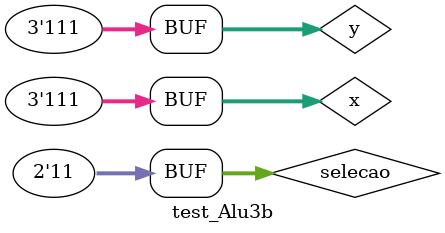
<source format=v>
module Alu3b (output [2:0] s, output carryDet, output zero, output overflow, input [2:0] a, input [2:0] b, input [1:0] operacao);
       wire carryOut1, carryOut2, carryOut3;
       wire [2:0] s1;
       wire [2:0] s2;
       reg [2:0] unidade = 1;
       mux3b Mx31(s1, b, unidade, operacao[1]);
       xor X1(s2[0],s1[0],operacao[0]);
       xor X2(s2[1],s1[1],operacao[0]);
       xor X3(s2[2],s1[2],operacao[0]);
       fullAdder1b FA1(s[0],carryOut1,a[0],s2[0],operacao[0]);
       fullAdder1b FA2(s[1],carryOut2,a[1],s2[1],carryOut1);
       fullAdder1b FA3(s[2],carryOut3,a[2],s2[2],carryOut2);
       isOverflow iO1(overflow, a[2], s2[2], s[2]);
       xor X6(carryDet,carryOut3, operacao[0]);
       isZero Z1(zero, s);
endmodule
// -------------------------
// Verifica overflow a partir do sinal dos valores A e B e do resultado da soma deles.
// -------------------------
module isOverflow(output s, input sinalA, input sinalB, input sinalSaida);
       wire s1, s2;
       xnor XN1(s1, sinalB, sinalA);
       xor X4(s2, sinalSaida, sinalA);
       and A1(s, s2, s1);
endmodule
// -------------------------
// full adder 1 bit
// -------------------------
module fullAdder1b (output s, output carryOut, input a, input b, input carryIn);
       wire s1, s2, s3, s4;
       xor X5(s1, a, b);
       xor X6(s, s1, carryIn);
       and A2(s2, a, b);
       and A3(s3, a, carryIn);
       and A4(s4, carryIn, b);
       or O1(carryOut, s2, s3, s4);
endmodule
// -------------------------
// verifica se a entrada esta em zero, 3 bits
// -------------------------
module isZero(output s, input [2:0] a);
       nor NO1(s, a[0], a[1], a[2]);
endmodule
// -------------------------
// Mux para selecionar entre 2 entradas de 3 bits
// -------------------------
module mux3b (output [2:0] s, input [2:0] a, input [2:0] b, input selecao);
       mux Mx1 (s[0],b[0],a[0],selecao);
       mux Mx2 (s[1],b[1],a[1],selecao);
       mux Mx3 (s[2],b[2],a[2],selecao);
endmodule // mux3b
// -------------------------
// Mux para selecionar entre duas saidas
// -------------------------
module mux (output s, input a, input b, input selecao);
       wire selecao2,s7,s8;
       not N1 ( selecao2, selecao);
       and A5 ( s7, a, selecao);
       and A6 ( s8, b, selecao2);
       or O2 ( s, s7, s8);
endmodule // mux
// Testes
module test_Alu3b;
       // ------------------------- definir dados
       reg [2:0] x;
       reg [2:0] y;
       reg [1:0] selecao;
       wire carryOUT;
       wire overFlow;
       wire zeroFlag;
       wire [2:0] somaSub;
       Alu3b A31(somaSub, carryOUT, zeroFlag, overFlow, x, y, selecao);
       // ------------------------- parte principal
       initial begin
               $display("Exemplo0036 - Willian Antonio dos Santos - 462020");
               $display("Test ALU's Soma/Sub ou incremento/decremento com flag de zero e overflow.\n");
               $display("Carry nao tem valor na representacao.");
               $display("\nSe operacao for igual a 00 ou 01 entao e' realizado soma ou subtracao;\nse 10 ou 11, entao incremento ou decremento respectivamente.\n");
               x = 0; y = 0; selecao = 0;
               $display("Valor1 | Op | Valor2 | Resultado | Flags=> Carry | Zero | overflow ");
               $monitor("  %3b  | %2b |   %3b  |   = %3b   |            %b  |   %b  |  %b ", x, selecao, y, somaSub, carryOUT, zeroFlag, overFlow);
               repeat (7) begin
                      #1 y = y + 1;
               end
               #1 $display("-----------------------------------------------------------------------------");
               repeat (7) begin
                      #1 x = x + 1;y = y + 1;
                      repeat (7) begin
                             #1 y = y + 1;
                      end
                      #1 $display("-----------------------------------------------------------------------------");
               end
               #1 x = 0; y = 0; selecao = 1;
               repeat (7) begin
                      #1 y = y + 1;
               end
               #1 $display("-----------------------------------------------------------------------------");
               repeat (7) begin
                      #1 x = x + 1;y = y + 1;
                      repeat (7) begin
                             #1 y = y + 1;
                      end
                      #1 $display("-----------------------------------------------------------------------------");
               end
               #1 x = 0; y = 0; selecao = 2;
               repeat (7) begin
                      #1 y = y + 1;
               end
               #1 $display("-----------------------------------------------------------------------------");
               repeat (7) begin
                      #1 x = x + 1;y = y + 1;
                      repeat (7) begin
                             #1 y = y + 1;
                      end
                      #1 $display("-----------------------------------------------------------------------------");
               end
               #1 x = 0; y = 0; selecao = 3;
               repeat (7) begin
                      #1 y = y + 1;
               end
               #1 $display("-----------------------------------------------------------------------------");
               repeat (7) begin
                      #1 x = x + 1;y = y + 1;
                      repeat (7) begin
                             #1 y = y + 1;
                      end
                      #1 $display("-----------------------------------------------------------------------------");
               end
       end
endmodule
</source>
